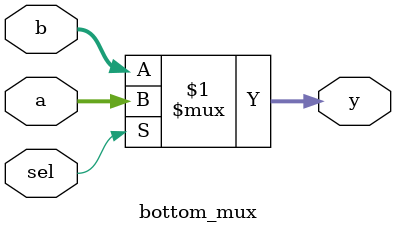
<source format=v>
`timescale 1ns / 1ps

module bottom_mux(
	output wire [4:0] y,
	input wire [4:0] a,
	input wire [4:0] b,
	input wire sel );

	assign y = sel ? a : b;
endmodule
</source>
